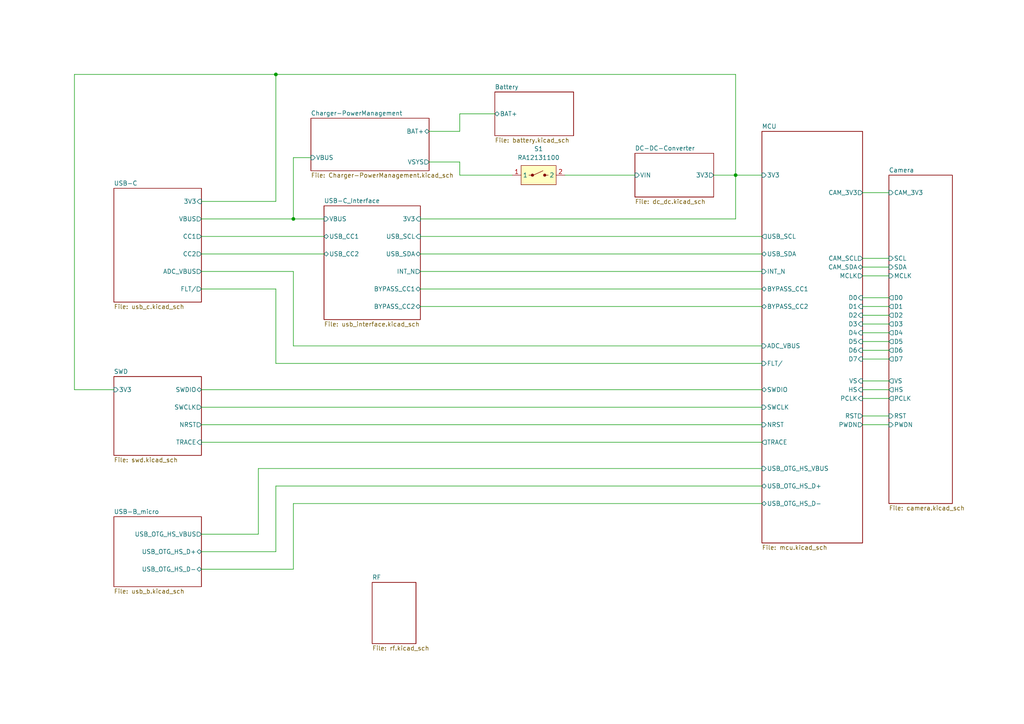
<source format=kicad_sch>
(kicad_sch (version 20231120) (generator "eeschema") (generator_version "8.0")
  (paper "A4")
  (lib_symbols
    (symbol "schematic_symbols:RA12131100"
      (property "Reference" "S" (at 0 4.318 0))
      (property "Value" "RA12131100" (at 0 -4.572 0))
      (symbol "RA12131100_0_0"
        (pin passive line (at -7.62 0 0) (length 2.54) (name "1") (number "1"))
        (pin passive line (at 7.62 0 180) (length 2.54) (name "2") (number "2"))
      )
      (symbol "RA12131100_1_1"
        (rectangle (start -5.08 2.794) (end 5.08 -2.794) (fill (type background)))
        (circle (center -1.778 0) (radius 0.3592) (fill (type outline)))
        (polyline (pts (xy -2.032 0) (xy -2.794 0)))
        (polyline (pts (xy -1.524 0) (xy 1.27 1.27)))
        (polyline (pts (xy 2.032 0) (xy 2.794 0)))
        (circle (center 1.778 0) (radius 0.3592) (fill (type outline)))
      )
    )
  )
  (junction (at 80.01 21.59))
  (junction (at 85.09 63.5))
  (junction (at 213.36 50.8))
  (wire (pts (xy 250.19 86.36) (xy 257.81 86.36)))
  (wire (pts (xy 163.83 50.8) (xy 184.15 50.8)))
  (wire (pts (xy 213.36 21.59) (xy 213.36 50.8)))
  (wire (pts (xy 250.19 93.98) (xy 257.81 93.98)))
  (wire (pts (xy 121.92 73.66) (xy 220.98 73.66)))
  (wire (pts (xy 58.42 128.27) (xy 220.98 128.27)))
  (wire (pts (xy 85.09 100.33) (xy 85.09 78.74)))
  (wire (pts (xy 58.42 63.5) (xy 85.09 63.5)))
  (wire (pts (xy 121.92 63.5) (xy 213.36 63.5)))
  (wire (pts (xy 85.09 63.5) (xy 93.98 63.5)))
  (wire (pts (xy 80.01 105.41) (xy 80.01 83.82)))
  (wire (pts (xy 58.42 73.66) (xy 93.98 73.66)))
  (wire (pts (xy 74.93 154.94) (xy 74.93 135.89)))
  (wire (pts (xy 74.93 135.89) (xy 220.98 135.89)))
  (wire (pts (xy 250.19 104.14) (xy 257.81 104.14)))
  (wire (pts (xy 21.59 113.03) (xy 33.02 113.03)))
  (wire (pts (xy 250.19 120.65) (xy 257.81 120.65)))
  (wire (pts (xy 250.19 74.93) (xy 257.81 74.93)))
  (wire (pts (xy 250.19 96.52) (xy 257.81 96.52)))
  (wire (pts (xy 58.42 165.1) (xy 85.09 165.1)))
  (wire (pts (xy 133.35 50.8) (xy 148.59 50.8)))
  (wire (pts (xy 250.19 55.88) (xy 257.81 55.88)))
  (wire (pts (xy 21.59 21.59) (xy 21.59 113.03)))
  (wire (pts (xy 250.19 123.19) (xy 257.81 123.19)))
  (wire (pts (xy 250.19 115.57) (xy 257.81 115.57)))
  (wire (pts (xy 58.42 154.94) (xy 74.93 154.94)))
  (wire (pts (xy 80.01 21.59) (xy 80.01 58.42)))
  (wire (pts (xy 250.19 88.9) (xy 257.81 88.9)))
  (wire (pts (xy 58.42 160.02) (xy 80.01 160.02)))
  (wire (pts (xy 80.01 140.97) (xy 220.98 140.97)))
  (wire (pts (xy 124.46 46.99) (xy 133.35 46.99)))
  (wire (pts (xy 133.35 46.99) (xy 133.35 50.8)))
  (wire (pts (xy 85.09 146.05) (xy 220.98 146.05)))
  (wire (pts (xy 80.01 140.97) (xy 80.01 160.02)))
  (wire (pts (xy 58.42 118.11) (xy 220.98 118.11)))
  (wire (pts (xy 213.36 50.8) (xy 213.36 63.5)))
  (wire (pts (xy 121.92 88.9) (xy 220.98 88.9)))
  (wire (pts (xy 121.92 83.82) (xy 220.98 83.82)))
  (wire (pts (xy 21.59 21.59) (xy 80.01 21.59)))
  (wire (pts (xy 85.09 45.72) (xy 85.09 63.5)))
  (wire (pts (xy 85.09 146.05) (xy 85.09 165.1)))
  (wire (pts (xy 250.19 101.6) (xy 257.81 101.6)))
  (wire (pts (xy 133.35 33.02) (xy 143.51 33.02)))
  (wire (pts (xy 58.42 58.42) (xy 80.01 58.42)))
  (wire (pts (xy 220.98 105.41) (xy 80.01 105.41)))
  (wire (pts (xy 213.36 50.8) (xy 220.98 50.8)))
  (wire (pts (xy 250.19 110.49) (xy 257.81 110.49)))
  (wire (pts (xy 207.01 50.8) (xy 213.36 50.8)))
  (wire (pts (xy 250.19 99.06) (xy 257.81 99.06)))
  (wire (pts (xy 124.46 38.1) (xy 133.35 38.1)))
  (wire (pts (xy 58.42 123.19) (xy 220.98 123.19)))
  (wire (pts (xy 80.01 83.82) (xy 58.42 83.82)))
  (wire (pts (xy 250.19 91.44) (xy 257.81 91.44)))
  (wire (pts (xy 250.19 77.47) (xy 257.81 77.47)))
  (wire (pts (xy 220.98 100.33) (xy 85.09 100.33)))
  (wire (pts (xy 121.92 68.58) (xy 220.98 68.58)))
  (wire (pts (xy 121.92 78.74) (xy 220.98 78.74)))
  (wire (pts (xy 80.01 21.59) (xy 213.36 21.59)))
  (wire (pts (xy 250.19 113.03) (xy 257.81 113.03)))
  (wire (pts (xy 133.35 38.1) (xy 133.35 33.02)))
  (wire (pts (xy 250.19 80.01) (xy 257.81 80.01)))
  (wire (pts (xy 85.09 78.74) (xy 58.42 78.74)))
  (wire (pts (xy 85.09 45.72) (xy 90.17 45.72)))
  (wire (pts (xy 58.42 113.03) (xy 220.98 113.03)))
  (wire (pts (xy 58.42 68.58) (xy 93.98 68.58)))
  (symbol (lib_id "schematic_symbols:RA12131100") (at 156.21 50.8 0) (unit 1)
    (property "Reference" "S1" (at 156.21 43.18 0))
    (property "Value" "RA12131100" (at 156.21 45.72 0))
    (property "Footprint" "footprints:RA12131100" (effects (hide yes)))
    (property "Description" "OFF-ON switch (10A, 125VAC)" (effects (hide yes)))
  )
  (sheet (at 107.95 168.91) (size 12.7 17.78) (stroke (width 0.1524))
    (property "Sheetname" "RF" (at 107.95 168.1984 0) (effects (justify left bottom)))
    (property "Sheetfile" "rf.kicad_sch" (at 107.95 187.2746 0) (effects (justify left top)))
  )
  (sheet (at 33.02 54.61) (size 25.4 33.02) (stroke (width 0.1524))
    (property "Sheetname" "USB-C" (at 33.02 53.8984 0) (effects (justify left bottom)))
    (property "Sheetfile" "usb_c.kicad_sch" (at 33.02 88.2146 0) (effects (justify left top)))
    (pin "FLT{slash}" output (at 58.42 83.82 0))
    (pin "3V3" input (at 58.42 58.42 0))
    (pin "CC2" output (at 58.42 73.66 0))
    (pin "CC1" output (at 58.42 68.58 0))
    (pin "ADC_VBUS" output (at 58.42 78.74 0))
    (pin "VBUS" output (at 58.42 63.5 0))
  )
  (sheet (at 220.98 38.1) (size 29.21 119.38) (stroke (width 0.1524))
    (property "Sheetname" "MCU" (at 220.98 37.3884 0) (effects (justify left bottom)))
    (property "Sheetfile" "mcu.kicad_sch" (at 220.98 158.0646 0) (effects (justify left top)))
    (pin "3V3" input (at 220.98 50.8 180))
    (pin "NRST" input (at 220.98 123.19 180))
    (pin "SWCLK" input (at 220.98 118.11 180))
    (pin "SWDIO" bidirectional (at 220.98 113.03 180))
    (pin "TRACE" output (at 220.98 128.27 180))
    (pin "CAM_3V3" output (at 250.19 55.88 0))
    (pin "ADC_VBUS" input (at 220.98 100.33 180))
    (pin "FLT{slash}" input (at 220.98 105.41 180))
    (pin "PCLK" input (at 250.19 115.57 0))
    (pin "HS" input (at 250.19 113.03 0))
    (pin "MCLK" output (at 250.19 80.01 0))
    (pin "D1" input (at 250.19 88.9 0))
    (pin "D7" input (at 250.19 104.14 0))
    (pin "D4" input (at 250.19 96.52 0))
    (pin "D6" input (at 250.19 101.6 0))
    (pin "D3" input (at 250.19 93.98 0))
    (pin "D2" input (at 250.19 91.44 0))
    (pin "D5" input (at 250.19 99.06 0))
    (pin "PWDN" output (at 250.19 123.19 0))
    (pin "RST" output (at 250.19 120.65 0))
    (pin "D0" input (at 250.19 86.36 0))
    (pin "VS" input (at 250.19 110.49 0))
    (pin "USB_SCL" output (at 220.98 68.58 180))
    (pin "USB_SDA" bidirectional (at 220.98 73.66 180))
    (pin "CAM_SDA" bidirectional (at 250.19 77.47 0))
    (pin "CAM_SCL" output (at 250.19 74.93 0))
    (pin "INT_N" input (at 220.98 78.74 180))
    (pin "BYPASS_CC2" bidirectional (at 220.98 88.9 180))
    (pin "BYPASS_CC1" bidirectional (at 220.98 83.82 180))
    (pin "USB_OTG_HS_VBUS" input (at 220.98 135.89 180))
    (pin "USB_OTG_HS_D-" bidirectional (at 220.98 146.05 180))
    (pin "USB_OTG_HS_D+" bidirectional (at 220.98 140.97 180))
  )
  (sheet (at 257.81 50.8) (size 18.415 95.25) (stroke (width 0.1524))
    (property "Sheetname" "Camera" (at 257.81 50.0884 0) (effects (justify left bottom)))
    (property "Sheetfile" "camera.kicad_sch" (at 257.81 146.6346 0) (effects (justify left top)))
    (pin "D4" output (at 257.81 96.52 180))
    (pin "D0" output (at 257.81 86.36 180))
    (pin "D2" output (at 257.81 91.44 180))
    (pin "D6" output (at 257.81 101.6 180))
    (pin "PWDN" input (at 257.81 123.19 180))
    (pin "VS" output (at 257.81 110.49 180))
    (pin "CAM_3V3" input (at 257.81 55.88 180))
    (pin "D7" output (at 257.81 104.14 180))
    (pin "SCL" input (at 257.81 74.93 180))
    (pin "PCLK" output (at 257.81 115.57 180))
    (pin "D3" output (at 257.81 93.98 180))
    (pin "D1" output (at 257.81 88.9 180))
    (pin "RST" input (at 257.81 120.65 180))
    (pin "D5" output (at 257.81 99.06 180))
    (pin "SDA" input (at 257.81 77.47 180))
    (pin "MCLK" input (at 257.81 80.01 180))
    (pin "HS" output (at 257.81 113.03 180))
  )
  (sheet (at 184.15 44.45) (size 22.86 12.7) (stroke (width 0.1524))
    (property "Sheetname" "DC-DC-Converter" (at 184.15 43.7384 0) (effects (justify left bottom)))
    (property "Sheetfile" "dc_dc.kicad_sch" (at 184.15 57.7346 0) (effects (justify left top)))
    (pin "3V3" output (at 207.01 50.8 0))
    (pin "VIN" input (at 184.15 50.8 180))
  )
  (sheet (at 33.02 109.22) (size 25.4 22.86) (stroke (width 0.1524))
    (property "Sheetname" "SWD" (at 33.02 108.5084 0) (effects (justify left bottom)))
    (property "Sheetfile" "swd.kicad_sch" (at 33.02 132.6646 0) (effects (justify left top)))
    (pin "3V3" input (at 33.02 113.03 180))
    (pin "TRACE" input (at 58.42 128.27 0))
    (pin "NRST" output (at 58.42 123.19 0))
    (pin "SWDIO" bidirectional (at 58.42 113.03 0))
    (pin "SWCLK" output (at 58.42 118.11 0))
  )
  (sheet (at 90.17 34.29) (size 34.29 15.24) (stroke (width 0.1524))
    (property "Sheetname" "Charger-PowerManagement" (at 90.17 33.5784 0) (effects (justify left bottom)))
    (property "Sheetfile" "Charger-PowerManagement.kicad_sch" (at 90.17 50.1146 0) (effects (justify left top)))
    (pin "VBUS" input (at 90.17 45.72 180))
    (pin "BAT+" bidirectional (at 124.46 38.1 0))
    (pin "VSYS" output (at 124.46 46.99 0))
  )
  (sheet (at 33.02 149.86) (size 25.4 20.32) (stroke (width 0.1524))
    (property "Sheetname" "USB-B_micro" (at 33.02 149.1484 0) (effects (justify left bottom)))
    (property "Sheetfile" "usb_b.kicad_sch" (at 33.02 170.7646 0) (effects (justify left top)))
    (pin "USB_OTG_HS_VBUS" output (at 58.42 154.94 0))
    (pin "USB_OTG_HS_D+" bidirectional (at 58.42 160.02 0))
    (pin "USB_OTG_HS_D-" bidirectional (at 58.42 165.1 0))
  )
  (sheet (at 143.51 26.67) (size 22.86 12.7) (stroke (width 0.1524))
    (property "Sheetname" "Battery" (at 143.51 25.9584 0) (effects (justify left bottom)))
    (property "Sheetfile" "battery.kicad_sch" (at 143.51 39.9546 0) (effects (justify left top)))
    (pin "BAT+" bidirectional (at 143.51 33.02 180))
  )
  (sheet (at 93.98 59.69) (size 27.94 33.02) (stroke (width 0.1524))
    (property "Sheetname" "USB-C_Interface" (at 93.98 58.9784 0) (effects (justify left bottom)))
    (property "Sheetfile" "usb_interface.kicad_sch" (at 93.98 93.2946 0) (effects (justify left top)))
    (pin "USB_CC2" bidirectional (at 93.98 73.66 180))
    (pin "USB_CC1" bidirectional (at 93.98 68.58 180))
    (pin "VBUS" input (at 93.98 63.5 180))
    (pin "3V3" input (at 121.92 63.5 0))
    (pin "INT_N" output (at 121.92 78.74 0))
    (pin "USB_SCL" input (at 121.92 68.58 0))
    (pin "USB_SDA" bidirectional (at 121.92 73.66 0))
    (pin "BYPASS_CC2" bidirectional (at 121.92 88.9 0))
    (pin "BYPASS_CC1" bidirectional (at 121.92 83.82 0))
  )
)
</source>
